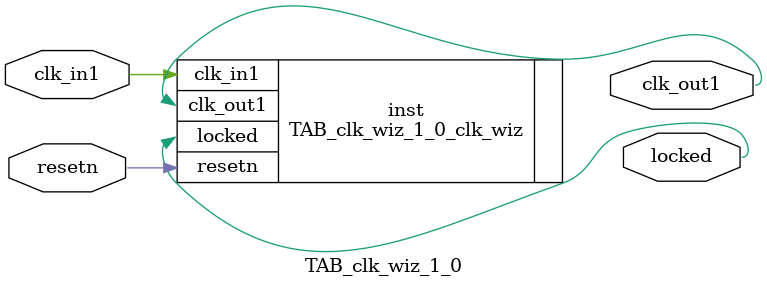
<source format=v>


`timescale 1ps/1ps

(* CORE_GENERATION_INFO = "TAB_clk_wiz_1_0,clk_wiz_v5_4_1_0,{component_name=TAB_clk_wiz_1_0,use_phase_alignment=true,use_min_o_jitter=false,use_max_i_jitter=false,use_dyn_phase_shift=false,use_inclk_switchover=false,use_dyn_reconfig=false,enable_axi=0,feedback_source=FDBK_AUTO,PRIMITIVE=MMCM,num_out_clk=1,clkin1_period=10.000,clkin2_period=10.000,use_power_down=false,use_reset=true,use_locked=true,use_inclk_stopped=false,feedback_type=SINGLE,CLOCK_MGR_TYPE=NA,manual_override=false}" *)

module TAB_clk_wiz_1_0 
 (
  // Clock out ports
  output        clk_out1,
  // Status and control signals
  input         resetn,
  output        locked,
 // Clock in ports
  input         clk_in1
 );

  TAB_clk_wiz_1_0_clk_wiz inst
  (
  // Clock out ports  
  .clk_out1(clk_out1),
  // Status and control signals               
  .resetn(resetn), 
  .locked(locked),
 // Clock in ports
  .clk_in1(clk_in1)
  );

endmodule

</source>
